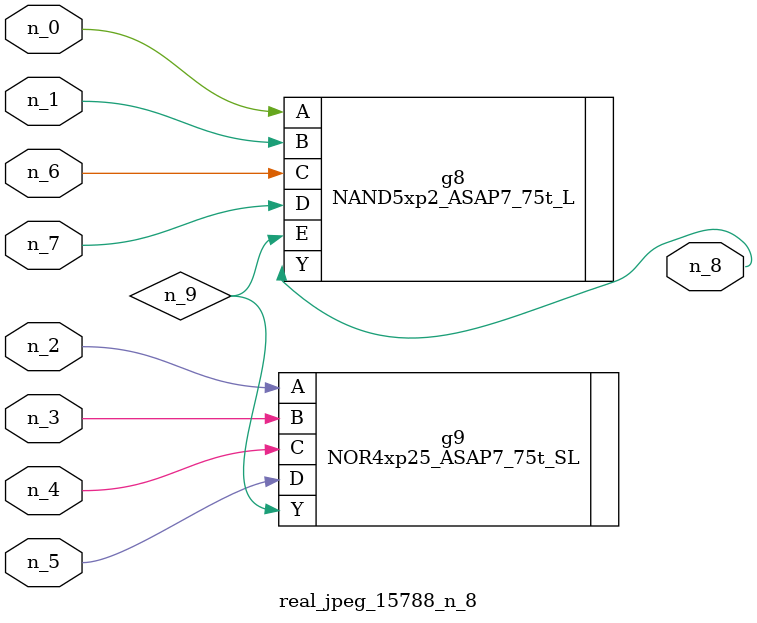
<source format=v>
module real_jpeg_15788_n_8 (n_5, n_4, n_0, n_1, n_2, n_6, n_7, n_3, n_8);

input n_5;
input n_4;
input n_0;
input n_1;
input n_2;
input n_6;
input n_7;
input n_3;

output n_8;

wire n_9;

NAND5xp2_ASAP7_75t_L g8 ( 
.A(n_0),
.B(n_1),
.C(n_6),
.D(n_7),
.E(n_9),
.Y(n_8)
);

NOR4xp25_ASAP7_75t_SL g9 ( 
.A(n_2),
.B(n_3),
.C(n_4),
.D(n_5),
.Y(n_9)
);


endmodule
</source>
